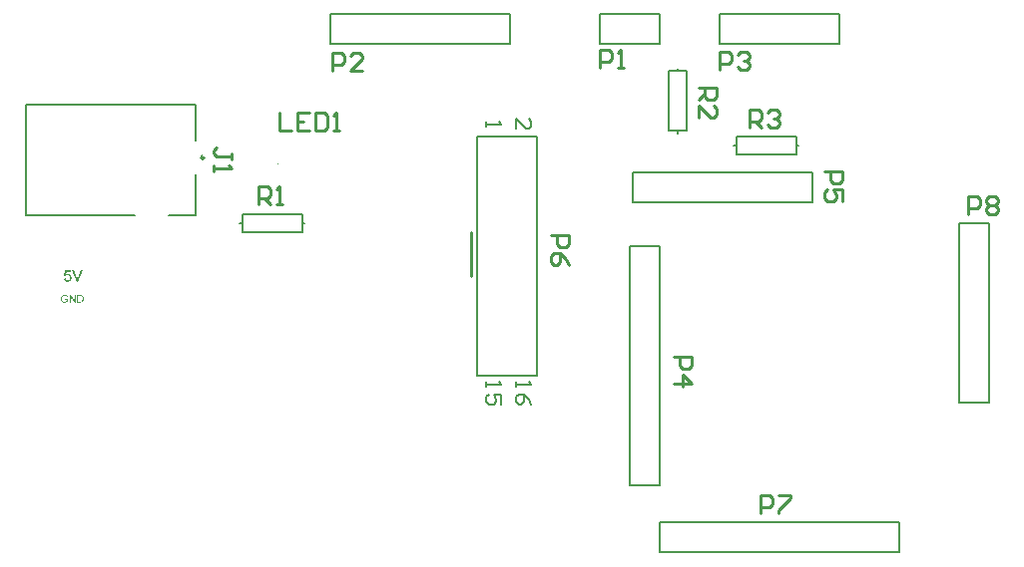
<source format=gto>
G04*
G04 #@! TF.GenerationSoftware,Altium Limited,Altium Designer,21.2.2 (38)*
G04*
G04 Layer_Color=65535*
%FSLAX25Y25*%
%MOIN*%
G70*
G04*
G04 #@! TF.SameCoordinates,29F7D32E-A79C-4082-AA7E-55410590E176*
G04*
G04*
G04 #@! TF.FilePolarity,Positive*
G04*
G01*
G75*
%ADD10C,0.00984*%
%ADD11C,0.00394*%
%ADD12C,0.00787*%
%ADD13C,0.01000*%
%ADD14C,0.00800*%
G36*
X285350Y293145D02*
X285380D01*
X285450Y293138D01*
X285528Y293127D01*
X285610Y293109D01*
X285698Y293086D01*
X285783Y293057D01*
X285787D01*
X285794Y293053D01*
X285806Y293049D01*
X285820Y293042D01*
X285861Y293020D01*
X285913Y292994D01*
X285968Y292957D01*
X286028Y292912D01*
X286083Y292864D01*
X286135Y292805D01*
X286142Y292798D01*
X286157Y292776D01*
X286179Y292742D01*
X286209Y292694D01*
X286239Y292635D01*
X286272Y292561D01*
X286305Y292479D01*
X286331Y292387D01*
X286024Y292306D01*
Y292309D01*
X286020Y292313D01*
X286017Y292324D01*
X286013Y292339D01*
X286002Y292372D01*
X285987Y292417D01*
X285965Y292468D01*
X285939Y292516D01*
X285913Y292568D01*
X285880Y292613D01*
X285876Y292616D01*
X285865Y292631D01*
X285843Y292650D01*
X285817Y292676D01*
X285783Y292705D01*
X285739Y292735D01*
X285691Y292764D01*
X285635Y292790D01*
X285628Y292794D01*
X285610Y292801D01*
X285576Y292812D01*
X285532Y292827D01*
X285480Y292838D01*
X285421Y292849D01*
X285354Y292857D01*
X285284Y292861D01*
X285243D01*
X285225Y292857D01*
X285203D01*
X285147Y292853D01*
X285084Y292842D01*
X285014Y292831D01*
X284947Y292812D01*
X284881Y292787D01*
X284873Y292783D01*
X284851Y292776D01*
X284821Y292757D01*
X284784Y292739D01*
X284740Y292709D01*
X284692Y292679D01*
X284647Y292642D01*
X284607Y292602D01*
X284603Y292598D01*
X284588Y292583D01*
X284570Y292557D01*
X284548Y292528D01*
X284522Y292491D01*
X284496Y292446D01*
X284470Y292398D01*
X284444Y292346D01*
Y292343D01*
X284440Y292335D01*
X284437Y292324D01*
X284429Y292306D01*
X284422Y292283D01*
X284414Y292257D01*
X284403Y292228D01*
X284396Y292195D01*
X284377Y292117D01*
X284363Y292028D01*
X284351Y291936D01*
X284348Y291832D01*
Y291828D01*
Y291817D01*
Y291799D01*
X284351Y291776D01*
Y291747D01*
X284355Y291710D01*
X284359Y291673D01*
X284363Y291632D01*
X284377Y291540D01*
X284396Y291443D01*
X284425Y291347D01*
X284462Y291255D01*
Y291251D01*
X284470Y291244D01*
X284474Y291233D01*
X284485Y291218D01*
X284511Y291177D01*
X284551Y291125D01*
X284599Y291070D01*
X284659Y291014D01*
X284729Y290963D01*
X284807Y290914D01*
X284810D01*
X284818Y290911D01*
X284829Y290903D01*
X284847Y290896D01*
X284866Y290889D01*
X284892Y290881D01*
X284951Y290859D01*
X285025Y290840D01*
X285106Y290822D01*
X285195Y290807D01*
X285288Y290803D01*
X285325D01*
X285347Y290807D01*
X285369D01*
X285424Y290814D01*
X285491Y290822D01*
X285561Y290837D01*
X285639Y290859D01*
X285717Y290885D01*
X285720D01*
X285728Y290889D01*
X285735Y290892D01*
X285750Y290900D01*
X285791Y290918D01*
X285835Y290940D01*
X285887Y290966D01*
X285943Y290996D01*
X285994Y291029D01*
X286039Y291066D01*
Y291547D01*
X285284D01*
Y291850D01*
X286372D01*
Y290900D01*
X286368Y290896D01*
X286361Y290892D01*
X286346Y290881D01*
X286327Y290866D01*
X286305Y290851D01*
X286279Y290833D01*
X286246Y290811D01*
X286213Y290789D01*
X286135Y290740D01*
X286046Y290689D01*
X285954Y290641D01*
X285854Y290600D01*
X285850D01*
X285843Y290596D01*
X285828Y290593D01*
X285809Y290585D01*
X285783Y290578D01*
X285754Y290567D01*
X285720Y290559D01*
X285687Y290552D01*
X285606Y290533D01*
X285513Y290515D01*
X285413Y290504D01*
X285310Y290500D01*
X285273D01*
X285247Y290504D01*
X285214D01*
X285173Y290507D01*
X285128Y290515D01*
X285080Y290518D01*
X284973Y290541D01*
X284858Y290567D01*
X284740Y290607D01*
X284681Y290630D01*
X284622Y290659D01*
X284618Y290663D01*
X284607Y290667D01*
X284592Y290678D01*
X284570Y290689D01*
X284544Y290707D01*
X284518Y290726D01*
X284448Y290777D01*
X284374Y290844D01*
X284296Y290926D01*
X284222Y291018D01*
X284155Y291125D01*
Y291129D01*
X284148Y291140D01*
X284141Y291155D01*
X284130Y291181D01*
X284118Y291207D01*
X284107Y291244D01*
X284092Y291281D01*
X284078Y291325D01*
X284063Y291373D01*
X284048Y291429D01*
X284037Y291484D01*
X284026Y291543D01*
X284007Y291673D01*
X284000Y291810D01*
Y291813D01*
Y291828D01*
Y291847D01*
X284004Y291873D01*
Y291906D01*
X284007Y291947D01*
X284015Y291987D01*
X284018Y292036D01*
X284030Y292087D01*
X284037Y292143D01*
X284067Y292261D01*
X284104Y292383D01*
X284155Y292505D01*
X284159Y292509D01*
X284163Y292520D01*
X284170Y292535D01*
X284185Y292557D01*
X284200Y292587D01*
X284218Y292616D01*
X284270Y292687D01*
X284333Y292768D01*
X284411Y292846D01*
X284500Y292923D01*
X284551Y292957D01*
X284603Y292990D01*
X284607Y292994D01*
X284618Y292998D01*
X284633Y293005D01*
X284655Y293016D01*
X284684Y293027D01*
X284718Y293042D01*
X284755Y293057D01*
X284799Y293072D01*
X284847Y293086D01*
X284899Y293097D01*
X284955Y293112D01*
X285014Y293123D01*
X285143Y293142D01*
X285210Y293149D01*
X285328D01*
X285350Y293145D01*
D02*
G37*
G36*
X288884Y290544D02*
X288532D01*
X287193Y292553D01*
Y290544D01*
X286867D01*
Y293105D01*
X287215D01*
X288558Y291092D01*
Y293105D01*
X288884D01*
Y290544D01*
D02*
G37*
G36*
X290505Y293101D02*
X290579Y293097D01*
X290653Y293090D01*
X290727Y293079D01*
X290790Y293068D01*
X290793D01*
X290801Y293064D01*
X290812D01*
X290827Y293057D01*
X290867Y293046D01*
X290919Y293027D01*
X290978Y293001D01*
X291041Y292968D01*
X291104Y292931D01*
X291163Y292883D01*
X291167Y292879D01*
X291171Y292875D01*
X291182Y292864D01*
X291196Y292853D01*
X291233Y292816D01*
X291278Y292764D01*
X291326Y292702D01*
X291378Y292628D01*
X291426Y292542D01*
X291467Y292446D01*
Y292442D01*
X291470Y292435D01*
X291478Y292420D01*
X291481Y292398D01*
X291493Y292372D01*
X291500Y292343D01*
X291507Y292309D01*
X291518Y292269D01*
X291529Y292228D01*
X291537Y292180D01*
X291555Y292076D01*
X291566Y291962D01*
X291570Y291836D01*
Y291832D01*
Y291825D01*
Y291806D01*
Y291788D01*
X291566Y291762D01*
Y291732D01*
X291563Y291662D01*
X291552Y291580D01*
X291541Y291495D01*
X291522Y291406D01*
X291500Y291318D01*
Y291314D01*
X291496Y291307D01*
X291493Y291296D01*
X291489Y291281D01*
X291474Y291240D01*
X291452Y291188D01*
X291430Y291129D01*
X291400Y291070D01*
X291363Y291007D01*
X291326Y290948D01*
X291322Y290940D01*
X291307Y290922D01*
X291285Y290896D01*
X291256Y290863D01*
X291222Y290826D01*
X291182Y290789D01*
X291141Y290748D01*
X291093Y290715D01*
X291086Y290711D01*
X291071Y290700D01*
X291045Y290685D01*
X291008Y290667D01*
X290963Y290644D01*
X290912Y290626D01*
X290852Y290604D01*
X290786Y290585D01*
X290778D01*
X290767Y290581D01*
X290756Y290578D01*
X290719Y290574D01*
X290667Y290567D01*
X290608Y290559D01*
X290538Y290552D01*
X290460Y290548D01*
X290375Y290544D01*
X289454D01*
Y293105D01*
X290438D01*
X290505Y293101D01*
D02*
G37*
G36*
X289801Y297567D02*
X289268D01*
X287780Y301407D01*
X288336D01*
X289335Y298616D01*
Y298610D01*
X289340Y298599D01*
X289346Y298582D01*
X289357Y298560D01*
X289362Y298527D01*
X289373Y298493D01*
X289401Y298410D01*
X289435Y298316D01*
X289468Y298210D01*
X289534Y297988D01*
Y297994D01*
X289540Y298005D01*
X289545Y298022D01*
X289551Y298044D01*
X289568Y298105D01*
X289595Y298188D01*
X289623Y298283D01*
X289656Y298388D01*
X289695Y298499D01*
X289740Y298616D01*
X290783Y301407D01*
X291299D01*
X289801Y297567D01*
D02*
G37*
G36*
X287364Y300908D02*
X285827D01*
X285622Y299870D01*
X285627Y299875D01*
X285638Y299881D01*
X285655Y299892D01*
X285683Y299909D01*
X285716Y299925D01*
X285755Y299948D01*
X285844Y299992D01*
X285955Y300036D01*
X286077Y300075D01*
X286210Y300103D01*
X286277Y300114D01*
X286399D01*
X286432Y300109D01*
X286476Y300103D01*
X286526Y300097D01*
X286582Y300086D01*
X286643Y300070D01*
X286776Y300031D01*
X286848Y300003D01*
X286920Y299964D01*
X286993Y299925D01*
X287065Y299881D01*
X287131Y299826D01*
X287198Y299764D01*
X287203Y299759D01*
X287214Y299748D01*
X287231Y299731D01*
X287253Y299703D01*
X287281Y299664D01*
X287309Y299626D01*
X287342Y299576D01*
X287375Y299520D01*
X287403Y299459D01*
X287437Y299393D01*
X287464Y299315D01*
X287492Y299237D01*
X287514Y299154D01*
X287531Y299060D01*
X287542Y298965D01*
X287547Y298865D01*
Y298860D01*
Y298843D01*
Y298815D01*
X287542Y298777D01*
X287536Y298732D01*
X287531Y298682D01*
X287520Y298621D01*
X287509Y298560D01*
X287475Y298416D01*
X287420Y298266D01*
X287386Y298188D01*
X287342Y298116D01*
X287298Y298038D01*
X287242Y297966D01*
X287237Y297961D01*
X287226Y297944D01*
X287203Y297922D01*
X287176Y297894D01*
X287137Y297861D01*
X287092Y297816D01*
X287037Y297778D01*
X286976Y297733D01*
X286909Y297689D01*
X286831Y297650D01*
X286748Y297611D01*
X286660Y297572D01*
X286565Y297544D01*
X286460Y297522D01*
X286349Y297505D01*
X286232Y297500D01*
X286182D01*
X286143Y297505D01*
X286099Y297511D01*
X286049Y297517D01*
X285988Y297522D01*
X285927Y297539D01*
X285788Y297572D01*
X285649Y297622D01*
X285577Y297655D01*
X285505Y297694D01*
X285438Y297739D01*
X285372Y297789D01*
X285366Y297794D01*
X285355Y297800D01*
X285344Y297822D01*
X285322Y297844D01*
X285294Y297872D01*
X285266Y297905D01*
X285233Y297950D01*
X285205Y298000D01*
X285172Y298049D01*
X285139Y298111D01*
X285078Y298244D01*
X285028Y298399D01*
X285011Y298482D01*
X285000Y298571D01*
X285494Y298610D01*
Y298604D01*
Y298593D01*
X285500Y298577D01*
X285505Y298549D01*
X285522Y298488D01*
X285544Y298405D01*
X285577Y298321D01*
X285622Y298227D01*
X285677Y298144D01*
X285744Y298066D01*
X285755Y298061D01*
X285777Y298038D01*
X285821Y298011D01*
X285882Y297977D01*
X285949Y297944D01*
X286032Y297916D01*
X286127Y297894D01*
X286232Y297888D01*
X286265D01*
X286288Y297894D01*
X286354Y297900D01*
X286432Y297922D01*
X286526Y297950D01*
X286621Y297994D01*
X286720Y298061D01*
X286765Y298099D01*
X286809Y298144D01*
X286815Y298149D01*
X286820Y298155D01*
X286831Y298171D01*
X286848Y298188D01*
X286887Y298249D01*
X286931Y298327D01*
X286970Y298421D01*
X287009Y298538D01*
X287037Y298677D01*
X287048Y298749D01*
Y298827D01*
Y298832D01*
Y298843D01*
Y298865D01*
X287042Y298893D01*
Y298926D01*
X287037Y298965D01*
X287020Y299054D01*
X286993Y299160D01*
X286954Y299265D01*
X286898Y299365D01*
X286820Y299459D01*
Y299465D01*
X286809Y299470D01*
X286782Y299498D01*
X286732Y299537D01*
X286665Y299581D01*
X286576Y299620D01*
X286476Y299659D01*
X286360Y299687D01*
X286293Y299698D01*
X286188D01*
X286143Y299692D01*
X286088Y299687D01*
X286021Y299670D01*
X285955Y299653D01*
X285882Y299626D01*
X285810Y299592D01*
X285805Y299587D01*
X285783Y299576D01*
X285749Y299548D01*
X285705Y299520D01*
X285660Y299481D01*
X285616Y299431D01*
X285566Y299381D01*
X285527Y299320D01*
X285083Y299381D01*
X285455Y301357D01*
X287364D01*
Y300908D01*
D02*
G37*
%LPC*%
G36*
X290386Y292801D02*
X289794D01*
Y290848D01*
X290401D01*
X290427Y290851D01*
X290482Y290855D01*
X290545Y290859D01*
X290612Y290866D01*
X290679Y290877D01*
X290734Y290892D01*
X290741Y290896D01*
X290760Y290900D01*
X290786Y290911D01*
X290819Y290926D01*
X290856Y290948D01*
X290893Y290970D01*
X290930Y290996D01*
X290967Y291025D01*
X290971Y291033D01*
X290986Y291048D01*
X291008Y291073D01*
X291034Y291110D01*
X291063Y291159D01*
X291097Y291214D01*
X291126Y291277D01*
X291152Y291347D01*
Y291351D01*
X291156Y291358D01*
X291160Y291370D01*
X291163Y291384D01*
X291167Y291403D01*
X291174Y291429D01*
X291182Y291455D01*
X291189Y291484D01*
X291200Y291558D01*
X291211Y291643D01*
X291219Y291740D01*
X291222Y291843D01*
Y291847D01*
Y291862D01*
Y291880D01*
X291219Y291910D01*
Y291943D01*
X291215Y291980D01*
X291211Y292024D01*
X291208Y292069D01*
X291189Y292169D01*
X291167Y292272D01*
X291134Y292369D01*
X291111Y292417D01*
X291089Y292457D01*
Y292461D01*
X291082Y292468D01*
X291074Y292479D01*
X291067Y292494D01*
X291037Y292531D01*
X291000Y292576D01*
X290952Y292624D01*
X290897Y292672D01*
X290834Y292713D01*
X290767Y292746D01*
X290760Y292750D01*
X290741Y292753D01*
X290708Y292764D01*
X290660Y292776D01*
X290601Y292783D01*
X290527Y292794D01*
X290482Y292798D01*
X290434D01*
X290386Y292801D01*
D02*
G37*
%LPD*%
D10*
X331732Y339000D02*
G03*
X331732Y339000I-492J0D01*
G01*
D11*
X356705Y337000D02*
G03*
X356311Y337000I-197J0D01*
G01*
D02*
G03*
X356705Y337000I197J0D01*
G01*
D12*
X584000Y257000D02*
X594000D01*
X584000Y317000D02*
X594000D01*
Y257000D02*
Y317000D01*
X584000Y257000D02*
Y317000D01*
X475000Y334000D02*
X535000D01*
X475000Y324000D02*
X535000D01*
Y334000D01*
X475000Y324000D02*
Y334000D01*
X343600Y317000D02*
X344500D01*
X364500D02*
X365400D01*
X344500D02*
Y320000D01*
X364500D01*
Y314000D02*
Y320000D01*
X344500Y314000D02*
X364500D01*
X344500D02*
Y317000D01*
X443000Y266000D02*
Y346000D01*
X423000Y266000D02*
Y346000D01*
X443000D01*
X423000Y266000D02*
X443000D01*
X484000Y229500D02*
Y309500D01*
X474000D02*
X484000D01*
X474000Y229500D02*
Y309500D01*
Y229500D02*
X484000D01*
Y207000D02*
X564000D01*
Y217000D01*
X484000D02*
X564000D01*
X484000Y207000D02*
Y217000D01*
X529500Y343000D02*
X530400D01*
X508600D02*
X509500D01*
X529500Y340000D02*
Y343000D01*
X509500Y340000D02*
X529500D01*
X509500D02*
Y346000D01*
X529500D01*
Y343000D02*
Y346000D01*
X490000Y368000D02*
Y368900D01*
Y347100D02*
Y348000D01*
Y368000D02*
X493000D01*
Y348000D02*
Y368000D01*
X487000Y348000D02*
X493000D01*
X487000D02*
Y368000D01*
X490000D01*
X374000Y377000D02*
X434000D01*
X374000Y387000D02*
X434000D01*
X374000Y377000D02*
Y387000D01*
X434000Y377000D02*
Y387000D01*
X464000D02*
X484000D01*
X464000Y377000D02*
Y387000D01*
Y377000D02*
X484000D01*
Y387000D01*
X544000Y377000D02*
Y387000D01*
X504000Y377000D02*
X544000D01*
X504000Y387000D02*
X544000D01*
X504000Y377000D02*
Y387000D01*
X328878Y319709D02*
Y333291D01*
X320020Y319709D02*
X328878D01*
X272185D02*
X308602D01*
X328878Y344709D02*
Y356716D01*
X272185Y319709D02*
Y356716D01*
X328878D01*
D13*
X421000Y299500D02*
Y308500D01*
Y314000D01*
X587002Y320001D02*
Y325999D01*
X590001D01*
X591000Y324999D01*
Y323000D01*
X590001Y322000D01*
X587002D01*
X593000Y324999D02*
X593999Y325999D01*
X595999D01*
X596998Y324999D01*
Y324000D01*
X595999Y323000D01*
X596998Y322000D01*
Y321001D01*
X595999Y320001D01*
X593999D01*
X593000Y321001D01*
Y322000D01*
X593999Y323000D01*
X593000Y324000D01*
Y324999D01*
X593999Y323000D02*
X595999D01*
X357100Y353998D02*
Y348000D01*
X361099D01*
X367097Y353998D02*
X363098D01*
Y348000D01*
X367097D01*
X363098Y350999D02*
X365097D01*
X369096Y353998D02*
Y348000D01*
X372095D01*
X373095Y349000D01*
Y352998D01*
X372095Y353998D01*
X369096D01*
X375094Y348000D02*
X377094D01*
X376094D01*
Y353998D01*
X375094Y352998D01*
X514002Y349001D02*
Y354999D01*
X517001D01*
X518000Y353999D01*
Y352000D01*
X517001Y351000D01*
X514002D01*
X516001D02*
X518000Y349001D01*
X520000Y353999D02*
X520999Y354999D01*
X522999D01*
X523998Y353999D01*
Y353000D01*
X522999Y352000D01*
X521999D01*
X522999D01*
X523998Y351000D01*
Y350001D01*
X522999Y349001D01*
X520999D01*
X520000Y350001D01*
X497001Y362498D02*
X502999D01*
Y359499D01*
X501999Y358500D01*
X500000D01*
X499000Y359499D01*
Y362498D01*
Y360499D02*
X497001Y358500D01*
Y352502D02*
Y356500D01*
X501000Y352502D01*
X501999D01*
X502999Y353501D01*
Y355501D01*
X501999Y356500D01*
X350001Y323501D02*
Y329499D01*
X353000D01*
X354000Y328499D01*
Y326500D01*
X353000Y325500D01*
X350001D01*
X352001D02*
X354000Y323501D01*
X355999D02*
X357999D01*
X356999D01*
Y329499D01*
X355999Y328499D01*
X517502Y220001D02*
Y225999D01*
X520501D01*
X521500Y224999D01*
Y223000D01*
X520501Y222000D01*
X517502D01*
X523500Y225999D02*
X527498D01*
Y224999D01*
X523500Y221001D01*
Y220001D01*
X447501Y312998D02*
X453499D01*
Y309999D01*
X452499Y309000D01*
X450500D01*
X449500Y309999D01*
Y312998D01*
X453499Y303002D02*
X452499Y305001D01*
X450500Y307000D01*
X448501D01*
X447501Y306001D01*
Y304001D01*
X448501Y303002D01*
X449500D01*
X450500Y304001D01*
Y307000D01*
X539001Y334498D02*
X544999D01*
Y331499D01*
X543999Y330500D01*
X542000D01*
X541000Y331499D01*
Y334498D01*
X544999Y324502D02*
Y328500D01*
X542000D01*
X543000Y326501D01*
Y325501D01*
X542000Y324502D01*
X540001D01*
X539001Y325501D01*
Y327501D01*
X540001Y328500D01*
X488501Y272498D02*
X494499D01*
Y269499D01*
X493499Y268500D01*
X491500D01*
X490500Y269499D01*
Y272498D01*
X488501Y263501D02*
X494499D01*
X491500Y266500D01*
Y262502D01*
X504002Y368501D02*
Y374499D01*
X507001D01*
X508000Y373499D01*
Y371500D01*
X507001Y370500D01*
X504002D01*
X510000Y373499D02*
X510999Y374499D01*
X512999D01*
X513998Y373499D01*
Y372500D01*
X512999Y371500D01*
X511999D01*
X512999D01*
X513998Y370500D01*
Y369501D01*
X512999Y368501D01*
X510999D01*
X510000Y369501D01*
X374502Y368001D02*
Y373999D01*
X377501D01*
X378500Y372999D01*
Y371000D01*
X377501Y370000D01*
X374502D01*
X384498Y368001D02*
X380500D01*
X384498Y372000D01*
Y372999D01*
X383499Y373999D01*
X381499D01*
X380500Y372999D01*
X464001Y369001D02*
Y374999D01*
X467000D01*
X468000Y373999D01*
Y372000D01*
X467000Y371000D01*
X464001D01*
X469999Y369001D02*
X471999D01*
X470999D01*
Y374999D01*
X469999Y373999D01*
X340999Y338500D02*
Y340499D01*
Y339500D01*
X336001D01*
X335001Y340499D01*
Y341499D01*
X336001Y342499D01*
X335001Y336501D02*
Y334501D01*
Y335501D01*
X340999D01*
X339999Y336501D01*
D14*
X436000Y264000D02*
Y262334D01*
Y263167D01*
X440998D01*
X440165Y264000D01*
X440998Y256502D02*
X440165Y258169D01*
X438499Y259835D01*
X436833D01*
X436000Y259002D01*
Y257335D01*
X436833Y256502D01*
X437666D01*
X438499Y257335D01*
Y259835D01*
X426000Y264000D02*
Y262334D01*
Y263167D01*
X430998D01*
X430165Y264000D01*
X430998Y256502D02*
Y259835D01*
X428499D01*
X429332Y258169D01*
Y257335D01*
X428499Y256502D01*
X426833D01*
X426000Y257335D01*
Y259002D01*
X426833Y259835D01*
X426000Y351000D02*
Y349334D01*
Y350167D01*
X430998D01*
X430165Y351000D01*
X436000Y348668D02*
Y352000D01*
X439332Y348668D01*
X440165D01*
X440998Y349501D01*
Y351167D01*
X440165Y352000D01*
M02*

</source>
